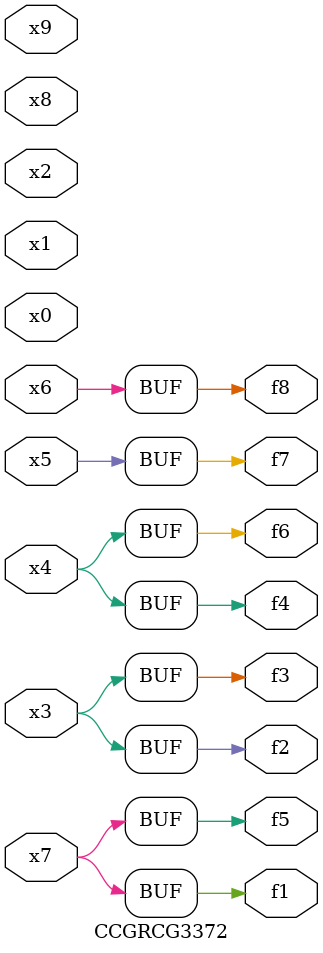
<source format=v>
module CCGRCG3372(
	input x0, x1, x2, x3, x4, x5, x6, x7, x8, x9,
	output f1, f2, f3, f4, f5, f6, f7, f8
);
	assign f1 = x7;
	assign f2 = x3;
	assign f3 = x3;
	assign f4 = x4;
	assign f5 = x7;
	assign f6 = x4;
	assign f7 = x5;
	assign f8 = x6;
endmodule

</source>
